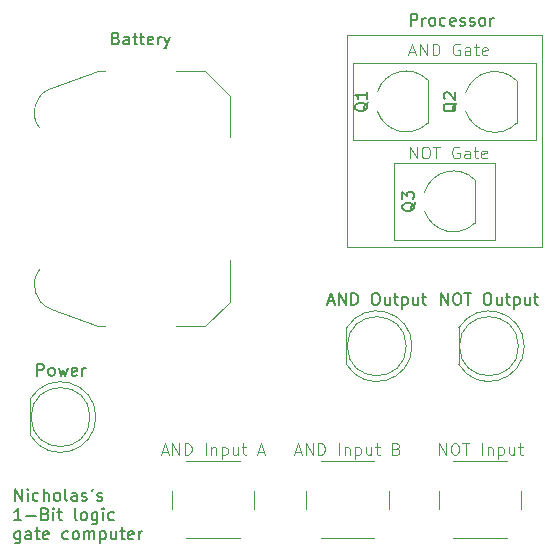
<source format=gbr>
%TF.GenerationSoftware,KiCad,Pcbnew,9.0.0*%
%TF.CreationDate,2025-04-12T21:02:47+08:00*%
%TF.ProjectId,computer,636f6d70-7574-4657-922e-6b696361645f,rev?*%
%TF.SameCoordinates,Original*%
%TF.FileFunction,Legend,Top*%
%TF.FilePolarity,Positive*%
%FSLAX46Y46*%
G04 Gerber Fmt 4.6, Leading zero omitted, Abs format (unit mm)*
G04 Created by KiCad (PCBNEW 9.0.0) date 2025-04-12 21:02:47*
%MOMM*%
%LPD*%
G01*
G04 APERTURE LIST*
%ADD10C,0.100000*%
%ADD11C,0.125000*%
%ADD12C,0.200000*%
%ADD13C,0.203200*%
%ADD14C,0.150000*%
%ADD15C,0.120000*%
G04 APERTURE END LIST*
D10*
X144000000Y-68000000D02*
X159500000Y-68000000D01*
X159500000Y-74500000D01*
X144000000Y-74500000D01*
X144000000Y-68000000D01*
X143500000Y-65641522D02*
X160000000Y-65641522D01*
X160000000Y-83641522D01*
X143500000Y-83641522D01*
X143500000Y-65641522D01*
X147500000Y-76480000D02*
X156000000Y-76480000D01*
X156000000Y-82980000D01*
X147500000Y-82980000D01*
X147500000Y-76480000D01*
D11*
X148820331Y-76101119D02*
X148820331Y-75101119D01*
X148820331Y-75101119D02*
X149391759Y-76101119D01*
X149391759Y-76101119D02*
X149391759Y-75101119D01*
X150058426Y-75101119D02*
X150248902Y-75101119D01*
X150248902Y-75101119D02*
X150344140Y-75148738D01*
X150344140Y-75148738D02*
X150439378Y-75243976D01*
X150439378Y-75243976D02*
X150486997Y-75434452D01*
X150486997Y-75434452D02*
X150486997Y-75767785D01*
X150486997Y-75767785D02*
X150439378Y-75958261D01*
X150439378Y-75958261D02*
X150344140Y-76053500D01*
X150344140Y-76053500D02*
X150248902Y-76101119D01*
X150248902Y-76101119D02*
X150058426Y-76101119D01*
X150058426Y-76101119D02*
X149963188Y-76053500D01*
X149963188Y-76053500D02*
X149867950Y-75958261D01*
X149867950Y-75958261D02*
X149820331Y-75767785D01*
X149820331Y-75767785D02*
X149820331Y-75434452D01*
X149820331Y-75434452D02*
X149867950Y-75243976D01*
X149867950Y-75243976D02*
X149963188Y-75148738D01*
X149963188Y-75148738D02*
X150058426Y-75101119D01*
X150772712Y-75101119D02*
X151344140Y-75101119D01*
X151058426Y-76101119D02*
X151058426Y-75101119D01*
X152963188Y-75148738D02*
X152867950Y-75101119D01*
X152867950Y-75101119D02*
X152725093Y-75101119D01*
X152725093Y-75101119D02*
X152582236Y-75148738D01*
X152582236Y-75148738D02*
X152486998Y-75243976D01*
X152486998Y-75243976D02*
X152439379Y-75339214D01*
X152439379Y-75339214D02*
X152391760Y-75529690D01*
X152391760Y-75529690D02*
X152391760Y-75672547D01*
X152391760Y-75672547D02*
X152439379Y-75863023D01*
X152439379Y-75863023D02*
X152486998Y-75958261D01*
X152486998Y-75958261D02*
X152582236Y-76053500D01*
X152582236Y-76053500D02*
X152725093Y-76101119D01*
X152725093Y-76101119D02*
X152820331Y-76101119D01*
X152820331Y-76101119D02*
X152963188Y-76053500D01*
X152963188Y-76053500D02*
X153010807Y-76005880D01*
X153010807Y-76005880D02*
X153010807Y-75672547D01*
X153010807Y-75672547D02*
X152820331Y-75672547D01*
X153867950Y-76101119D02*
X153867950Y-75577309D01*
X153867950Y-75577309D02*
X153820331Y-75482071D01*
X153820331Y-75482071D02*
X153725093Y-75434452D01*
X153725093Y-75434452D02*
X153534617Y-75434452D01*
X153534617Y-75434452D02*
X153439379Y-75482071D01*
X153867950Y-76053500D02*
X153772712Y-76101119D01*
X153772712Y-76101119D02*
X153534617Y-76101119D01*
X153534617Y-76101119D02*
X153439379Y-76053500D01*
X153439379Y-76053500D02*
X153391760Y-75958261D01*
X153391760Y-75958261D02*
X153391760Y-75863023D01*
X153391760Y-75863023D02*
X153439379Y-75767785D01*
X153439379Y-75767785D02*
X153534617Y-75720166D01*
X153534617Y-75720166D02*
X153772712Y-75720166D01*
X153772712Y-75720166D02*
X153867950Y-75672547D01*
X154201284Y-75434452D02*
X154582236Y-75434452D01*
X154344141Y-75101119D02*
X154344141Y-75958261D01*
X154344141Y-75958261D02*
X154391760Y-76053500D01*
X154391760Y-76053500D02*
X154486998Y-76101119D01*
X154486998Y-76101119D02*
X154582236Y-76101119D01*
X155296522Y-76053500D02*
X155201284Y-76101119D01*
X155201284Y-76101119D02*
X155010808Y-76101119D01*
X155010808Y-76101119D02*
X154915570Y-76053500D01*
X154915570Y-76053500D02*
X154867951Y-75958261D01*
X154867951Y-75958261D02*
X154867951Y-75577309D01*
X154867951Y-75577309D02*
X154915570Y-75482071D01*
X154915570Y-75482071D02*
X155010808Y-75434452D01*
X155010808Y-75434452D02*
X155201284Y-75434452D01*
X155201284Y-75434452D02*
X155296522Y-75482071D01*
X155296522Y-75482071D02*
X155344141Y-75577309D01*
X155344141Y-75577309D02*
X155344141Y-75672547D01*
X155344141Y-75672547D02*
X154867951Y-75767785D01*
X148772712Y-67085404D02*
X149248902Y-67085404D01*
X148677474Y-67371119D02*
X149010807Y-66371119D01*
X149010807Y-66371119D02*
X149344140Y-67371119D01*
X149677474Y-67371119D02*
X149677474Y-66371119D01*
X149677474Y-66371119D02*
X150248902Y-67371119D01*
X150248902Y-67371119D02*
X150248902Y-66371119D01*
X150725093Y-67371119D02*
X150725093Y-66371119D01*
X150725093Y-66371119D02*
X150963188Y-66371119D01*
X150963188Y-66371119D02*
X151106045Y-66418738D01*
X151106045Y-66418738D02*
X151201283Y-66513976D01*
X151201283Y-66513976D02*
X151248902Y-66609214D01*
X151248902Y-66609214D02*
X151296521Y-66799690D01*
X151296521Y-66799690D02*
X151296521Y-66942547D01*
X151296521Y-66942547D02*
X151248902Y-67133023D01*
X151248902Y-67133023D02*
X151201283Y-67228261D01*
X151201283Y-67228261D02*
X151106045Y-67323500D01*
X151106045Y-67323500D02*
X150963188Y-67371119D01*
X150963188Y-67371119D02*
X150725093Y-67371119D01*
X153010807Y-66418738D02*
X152915569Y-66371119D01*
X152915569Y-66371119D02*
X152772712Y-66371119D01*
X152772712Y-66371119D02*
X152629855Y-66418738D01*
X152629855Y-66418738D02*
X152534617Y-66513976D01*
X152534617Y-66513976D02*
X152486998Y-66609214D01*
X152486998Y-66609214D02*
X152439379Y-66799690D01*
X152439379Y-66799690D02*
X152439379Y-66942547D01*
X152439379Y-66942547D02*
X152486998Y-67133023D01*
X152486998Y-67133023D02*
X152534617Y-67228261D01*
X152534617Y-67228261D02*
X152629855Y-67323500D01*
X152629855Y-67323500D02*
X152772712Y-67371119D01*
X152772712Y-67371119D02*
X152867950Y-67371119D01*
X152867950Y-67371119D02*
X153010807Y-67323500D01*
X153010807Y-67323500D02*
X153058426Y-67275880D01*
X153058426Y-67275880D02*
X153058426Y-66942547D01*
X153058426Y-66942547D02*
X152867950Y-66942547D01*
X153915569Y-67371119D02*
X153915569Y-66847309D01*
X153915569Y-66847309D02*
X153867950Y-66752071D01*
X153867950Y-66752071D02*
X153772712Y-66704452D01*
X153772712Y-66704452D02*
X153582236Y-66704452D01*
X153582236Y-66704452D02*
X153486998Y-66752071D01*
X153915569Y-67323500D02*
X153820331Y-67371119D01*
X153820331Y-67371119D02*
X153582236Y-67371119D01*
X153582236Y-67371119D02*
X153486998Y-67323500D01*
X153486998Y-67323500D02*
X153439379Y-67228261D01*
X153439379Y-67228261D02*
X153439379Y-67133023D01*
X153439379Y-67133023D02*
X153486998Y-67037785D01*
X153486998Y-67037785D02*
X153582236Y-66990166D01*
X153582236Y-66990166D02*
X153820331Y-66990166D01*
X153820331Y-66990166D02*
X153915569Y-66942547D01*
X154248903Y-66704452D02*
X154629855Y-66704452D01*
X154391760Y-66371119D02*
X154391760Y-67228261D01*
X154391760Y-67228261D02*
X154439379Y-67323500D01*
X154439379Y-67323500D02*
X154534617Y-67371119D01*
X154534617Y-67371119D02*
X154629855Y-67371119D01*
X155344141Y-67323500D02*
X155248903Y-67371119D01*
X155248903Y-67371119D02*
X155058427Y-67371119D01*
X155058427Y-67371119D02*
X154963189Y-67323500D01*
X154963189Y-67323500D02*
X154915570Y-67228261D01*
X154915570Y-67228261D02*
X154915570Y-66847309D01*
X154915570Y-66847309D02*
X154963189Y-66752071D01*
X154963189Y-66752071D02*
X155058427Y-66704452D01*
X155058427Y-66704452D02*
X155248903Y-66704452D01*
X155248903Y-66704452D02*
X155344141Y-66752071D01*
X155344141Y-66752071D02*
X155391760Y-66847309D01*
X155391760Y-66847309D02*
X155391760Y-66942547D01*
X155391760Y-66942547D02*
X154915570Y-67037785D01*
D12*
X148869673Y-64867219D02*
X148869673Y-63867219D01*
X148869673Y-63867219D02*
X149250625Y-63867219D01*
X149250625Y-63867219D02*
X149345863Y-63914838D01*
X149345863Y-63914838D02*
X149393482Y-63962457D01*
X149393482Y-63962457D02*
X149441101Y-64057695D01*
X149441101Y-64057695D02*
X149441101Y-64200552D01*
X149441101Y-64200552D02*
X149393482Y-64295790D01*
X149393482Y-64295790D02*
X149345863Y-64343409D01*
X149345863Y-64343409D02*
X149250625Y-64391028D01*
X149250625Y-64391028D02*
X148869673Y-64391028D01*
X149869673Y-64867219D02*
X149869673Y-64200552D01*
X149869673Y-64391028D02*
X149917292Y-64295790D01*
X149917292Y-64295790D02*
X149964911Y-64248171D01*
X149964911Y-64248171D02*
X150060149Y-64200552D01*
X150060149Y-64200552D02*
X150155387Y-64200552D01*
X150631578Y-64867219D02*
X150536340Y-64819600D01*
X150536340Y-64819600D02*
X150488721Y-64771980D01*
X150488721Y-64771980D02*
X150441102Y-64676742D01*
X150441102Y-64676742D02*
X150441102Y-64391028D01*
X150441102Y-64391028D02*
X150488721Y-64295790D01*
X150488721Y-64295790D02*
X150536340Y-64248171D01*
X150536340Y-64248171D02*
X150631578Y-64200552D01*
X150631578Y-64200552D02*
X150774435Y-64200552D01*
X150774435Y-64200552D02*
X150869673Y-64248171D01*
X150869673Y-64248171D02*
X150917292Y-64295790D01*
X150917292Y-64295790D02*
X150964911Y-64391028D01*
X150964911Y-64391028D02*
X150964911Y-64676742D01*
X150964911Y-64676742D02*
X150917292Y-64771980D01*
X150917292Y-64771980D02*
X150869673Y-64819600D01*
X150869673Y-64819600D02*
X150774435Y-64867219D01*
X150774435Y-64867219D02*
X150631578Y-64867219D01*
X151822054Y-64819600D02*
X151726816Y-64867219D01*
X151726816Y-64867219D02*
X151536340Y-64867219D01*
X151536340Y-64867219D02*
X151441102Y-64819600D01*
X151441102Y-64819600D02*
X151393483Y-64771980D01*
X151393483Y-64771980D02*
X151345864Y-64676742D01*
X151345864Y-64676742D02*
X151345864Y-64391028D01*
X151345864Y-64391028D02*
X151393483Y-64295790D01*
X151393483Y-64295790D02*
X151441102Y-64248171D01*
X151441102Y-64248171D02*
X151536340Y-64200552D01*
X151536340Y-64200552D02*
X151726816Y-64200552D01*
X151726816Y-64200552D02*
X151822054Y-64248171D01*
X152631578Y-64819600D02*
X152536340Y-64867219D01*
X152536340Y-64867219D02*
X152345864Y-64867219D01*
X152345864Y-64867219D02*
X152250626Y-64819600D01*
X152250626Y-64819600D02*
X152203007Y-64724361D01*
X152203007Y-64724361D02*
X152203007Y-64343409D01*
X152203007Y-64343409D02*
X152250626Y-64248171D01*
X152250626Y-64248171D02*
X152345864Y-64200552D01*
X152345864Y-64200552D02*
X152536340Y-64200552D01*
X152536340Y-64200552D02*
X152631578Y-64248171D01*
X152631578Y-64248171D02*
X152679197Y-64343409D01*
X152679197Y-64343409D02*
X152679197Y-64438647D01*
X152679197Y-64438647D02*
X152203007Y-64533885D01*
X153060150Y-64819600D02*
X153155388Y-64867219D01*
X153155388Y-64867219D02*
X153345864Y-64867219D01*
X153345864Y-64867219D02*
X153441102Y-64819600D01*
X153441102Y-64819600D02*
X153488721Y-64724361D01*
X153488721Y-64724361D02*
X153488721Y-64676742D01*
X153488721Y-64676742D02*
X153441102Y-64581504D01*
X153441102Y-64581504D02*
X153345864Y-64533885D01*
X153345864Y-64533885D02*
X153203007Y-64533885D01*
X153203007Y-64533885D02*
X153107769Y-64486266D01*
X153107769Y-64486266D02*
X153060150Y-64391028D01*
X153060150Y-64391028D02*
X153060150Y-64343409D01*
X153060150Y-64343409D02*
X153107769Y-64248171D01*
X153107769Y-64248171D02*
X153203007Y-64200552D01*
X153203007Y-64200552D02*
X153345864Y-64200552D01*
X153345864Y-64200552D02*
X153441102Y-64248171D01*
X153869674Y-64819600D02*
X153964912Y-64867219D01*
X153964912Y-64867219D02*
X154155388Y-64867219D01*
X154155388Y-64867219D02*
X154250626Y-64819600D01*
X154250626Y-64819600D02*
X154298245Y-64724361D01*
X154298245Y-64724361D02*
X154298245Y-64676742D01*
X154298245Y-64676742D02*
X154250626Y-64581504D01*
X154250626Y-64581504D02*
X154155388Y-64533885D01*
X154155388Y-64533885D02*
X154012531Y-64533885D01*
X154012531Y-64533885D02*
X153917293Y-64486266D01*
X153917293Y-64486266D02*
X153869674Y-64391028D01*
X153869674Y-64391028D02*
X153869674Y-64343409D01*
X153869674Y-64343409D02*
X153917293Y-64248171D01*
X153917293Y-64248171D02*
X154012531Y-64200552D01*
X154012531Y-64200552D02*
X154155388Y-64200552D01*
X154155388Y-64200552D02*
X154250626Y-64248171D01*
X154869674Y-64867219D02*
X154774436Y-64819600D01*
X154774436Y-64819600D02*
X154726817Y-64771980D01*
X154726817Y-64771980D02*
X154679198Y-64676742D01*
X154679198Y-64676742D02*
X154679198Y-64391028D01*
X154679198Y-64391028D02*
X154726817Y-64295790D01*
X154726817Y-64295790D02*
X154774436Y-64248171D01*
X154774436Y-64248171D02*
X154869674Y-64200552D01*
X154869674Y-64200552D02*
X155012531Y-64200552D01*
X155012531Y-64200552D02*
X155107769Y-64248171D01*
X155107769Y-64248171D02*
X155155388Y-64295790D01*
X155155388Y-64295790D02*
X155203007Y-64391028D01*
X155203007Y-64391028D02*
X155203007Y-64676742D01*
X155203007Y-64676742D02*
X155155388Y-64771980D01*
X155155388Y-64771980D02*
X155107769Y-64819600D01*
X155107769Y-64819600D02*
X155012531Y-64867219D01*
X155012531Y-64867219D02*
X154869674Y-64867219D01*
X155631579Y-64867219D02*
X155631579Y-64200552D01*
X155631579Y-64391028D02*
X155679198Y-64295790D01*
X155679198Y-64295790D02*
X155726817Y-64248171D01*
X155726817Y-64248171D02*
X155822055Y-64200552D01*
X155822055Y-64200552D02*
X155917293Y-64200552D01*
D13*
X115375588Y-105093687D02*
X115375588Y-104077687D01*
X115375588Y-104077687D02*
X115956160Y-105093687D01*
X115956160Y-105093687D02*
X115956160Y-104077687D01*
X116439969Y-105093687D02*
X116439969Y-104416354D01*
X116439969Y-104077687D02*
X116391588Y-104126068D01*
X116391588Y-104126068D02*
X116439969Y-104174449D01*
X116439969Y-104174449D02*
X116488350Y-104126068D01*
X116488350Y-104126068D02*
X116439969Y-104077687D01*
X116439969Y-104077687D02*
X116439969Y-104174449D01*
X117359208Y-105045307D02*
X117262446Y-105093687D01*
X117262446Y-105093687D02*
X117068922Y-105093687D01*
X117068922Y-105093687D02*
X116972160Y-105045307D01*
X116972160Y-105045307D02*
X116923779Y-104996926D01*
X116923779Y-104996926D02*
X116875398Y-104900164D01*
X116875398Y-104900164D02*
X116875398Y-104609878D01*
X116875398Y-104609878D02*
X116923779Y-104513116D01*
X116923779Y-104513116D02*
X116972160Y-104464735D01*
X116972160Y-104464735D02*
X117068922Y-104416354D01*
X117068922Y-104416354D02*
X117262446Y-104416354D01*
X117262446Y-104416354D02*
X117359208Y-104464735D01*
X117794636Y-105093687D02*
X117794636Y-104077687D01*
X118230065Y-105093687D02*
X118230065Y-104561497D01*
X118230065Y-104561497D02*
X118181684Y-104464735D01*
X118181684Y-104464735D02*
X118084922Y-104416354D01*
X118084922Y-104416354D02*
X117939779Y-104416354D01*
X117939779Y-104416354D02*
X117843017Y-104464735D01*
X117843017Y-104464735D02*
X117794636Y-104513116D01*
X118859017Y-105093687D02*
X118762255Y-105045307D01*
X118762255Y-105045307D02*
X118713874Y-104996926D01*
X118713874Y-104996926D02*
X118665493Y-104900164D01*
X118665493Y-104900164D02*
X118665493Y-104609878D01*
X118665493Y-104609878D02*
X118713874Y-104513116D01*
X118713874Y-104513116D02*
X118762255Y-104464735D01*
X118762255Y-104464735D02*
X118859017Y-104416354D01*
X118859017Y-104416354D02*
X119004160Y-104416354D01*
X119004160Y-104416354D02*
X119100922Y-104464735D01*
X119100922Y-104464735D02*
X119149303Y-104513116D01*
X119149303Y-104513116D02*
X119197684Y-104609878D01*
X119197684Y-104609878D02*
X119197684Y-104900164D01*
X119197684Y-104900164D02*
X119149303Y-104996926D01*
X119149303Y-104996926D02*
X119100922Y-105045307D01*
X119100922Y-105045307D02*
X119004160Y-105093687D01*
X119004160Y-105093687D02*
X118859017Y-105093687D01*
X119778255Y-105093687D02*
X119681493Y-105045307D01*
X119681493Y-105045307D02*
X119633112Y-104948545D01*
X119633112Y-104948545D02*
X119633112Y-104077687D01*
X120600731Y-105093687D02*
X120600731Y-104561497D01*
X120600731Y-104561497D02*
X120552350Y-104464735D01*
X120552350Y-104464735D02*
X120455588Y-104416354D01*
X120455588Y-104416354D02*
X120262064Y-104416354D01*
X120262064Y-104416354D02*
X120165302Y-104464735D01*
X120600731Y-105045307D02*
X120503969Y-105093687D01*
X120503969Y-105093687D02*
X120262064Y-105093687D01*
X120262064Y-105093687D02*
X120165302Y-105045307D01*
X120165302Y-105045307D02*
X120116921Y-104948545D01*
X120116921Y-104948545D02*
X120116921Y-104851783D01*
X120116921Y-104851783D02*
X120165302Y-104755021D01*
X120165302Y-104755021D02*
X120262064Y-104706640D01*
X120262064Y-104706640D02*
X120503969Y-104706640D01*
X120503969Y-104706640D02*
X120600731Y-104658259D01*
X121036159Y-105045307D02*
X121132921Y-105093687D01*
X121132921Y-105093687D02*
X121326445Y-105093687D01*
X121326445Y-105093687D02*
X121423207Y-105045307D01*
X121423207Y-105045307D02*
X121471588Y-104948545D01*
X121471588Y-104948545D02*
X121471588Y-104900164D01*
X121471588Y-104900164D02*
X121423207Y-104803402D01*
X121423207Y-104803402D02*
X121326445Y-104755021D01*
X121326445Y-104755021D02*
X121181302Y-104755021D01*
X121181302Y-104755021D02*
X121084540Y-104706640D01*
X121084540Y-104706640D02*
X121036159Y-104609878D01*
X121036159Y-104609878D02*
X121036159Y-104561497D01*
X121036159Y-104561497D02*
X121084540Y-104464735D01*
X121084540Y-104464735D02*
X121181302Y-104416354D01*
X121181302Y-104416354D02*
X121326445Y-104416354D01*
X121326445Y-104416354D02*
X121423207Y-104464735D01*
X121955397Y-104077687D02*
X121858635Y-104271211D01*
X122342445Y-105045307D02*
X122439207Y-105093687D01*
X122439207Y-105093687D02*
X122632731Y-105093687D01*
X122632731Y-105093687D02*
X122729493Y-105045307D01*
X122729493Y-105045307D02*
X122777874Y-104948545D01*
X122777874Y-104948545D02*
X122777874Y-104900164D01*
X122777874Y-104900164D02*
X122729493Y-104803402D01*
X122729493Y-104803402D02*
X122632731Y-104755021D01*
X122632731Y-104755021D02*
X122487588Y-104755021D01*
X122487588Y-104755021D02*
X122390826Y-104706640D01*
X122390826Y-104706640D02*
X122342445Y-104609878D01*
X122342445Y-104609878D02*
X122342445Y-104561497D01*
X122342445Y-104561497D02*
X122390826Y-104464735D01*
X122390826Y-104464735D02*
X122487588Y-104416354D01*
X122487588Y-104416354D02*
X122632731Y-104416354D01*
X122632731Y-104416354D02*
X122729493Y-104464735D01*
X115907779Y-106729390D02*
X115327207Y-106729390D01*
X115617493Y-106729390D02*
X115617493Y-105713390D01*
X115617493Y-105713390D02*
X115520731Y-105858533D01*
X115520731Y-105858533D02*
X115423969Y-105955295D01*
X115423969Y-105955295D02*
X115327207Y-106003676D01*
X116343207Y-106342343D02*
X117117303Y-106342343D01*
X117939779Y-106197200D02*
X118084922Y-106245581D01*
X118084922Y-106245581D02*
X118133303Y-106293962D01*
X118133303Y-106293962D02*
X118181684Y-106390724D01*
X118181684Y-106390724D02*
X118181684Y-106535867D01*
X118181684Y-106535867D02*
X118133303Y-106632629D01*
X118133303Y-106632629D02*
X118084922Y-106681010D01*
X118084922Y-106681010D02*
X117988160Y-106729390D01*
X117988160Y-106729390D02*
X117601112Y-106729390D01*
X117601112Y-106729390D02*
X117601112Y-105713390D01*
X117601112Y-105713390D02*
X117939779Y-105713390D01*
X117939779Y-105713390D02*
X118036541Y-105761771D01*
X118036541Y-105761771D02*
X118084922Y-105810152D01*
X118084922Y-105810152D02*
X118133303Y-105906914D01*
X118133303Y-105906914D02*
X118133303Y-106003676D01*
X118133303Y-106003676D02*
X118084922Y-106100438D01*
X118084922Y-106100438D02*
X118036541Y-106148819D01*
X118036541Y-106148819D02*
X117939779Y-106197200D01*
X117939779Y-106197200D02*
X117601112Y-106197200D01*
X118617112Y-106729390D02*
X118617112Y-106052057D01*
X118617112Y-105713390D02*
X118568731Y-105761771D01*
X118568731Y-105761771D02*
X118617112Y-105810152D01*
X118617112Y-105810152D02*
X118665493Y-105761771D01*
X118665493Y-105761771D02*
X118617112Y-105713390D01*
X118617112Y-105713390D02*
X118617112Y-105810152D01*
X118955779Y-106052057D02*
X119342827Y-106052057D01*
X119100922Y-105713390D02*
X119100922Y-106584248D01*
X119100922Y-106584248D02*
X119149303Y-106681010D01*
X119149303Y-106681010D02*
X119246065Y-106729390D01*
X119246065Y-106729390D02*
X119342827Y-106729390D01*
X120600731Y-106729390D02*
X120503969Y-106681010D01*
X120503969Y-106681010D02*
X120455588Y-106584248D01*
X120455588Y-106584248D02*
X120455588Y-105713390D01*
X121132921Y-106729390D02*
X121036159Y-106681010D01*
X121036159Y-106681010D02*
X120987778Y-106632629D01*
X120987778Y-106632629D02*
X120939397Y-106535867D01*
X120939397Y-106535867D02*
X120939397Y-106245581D01*
X120939397Y-106245581D02*
X120987778Y-106148819D01*
X120987778Y-106148819D02*
X121036159Y-106100438D01*
X121036159Y-106100438D02*
X121132921Y-106052057D01*
X121132921Y-106052057D02*
X121278064Y-106052057D01*
X121278064Y-106052057D02*
X121374826Y-106100438D01*
X121374826Y-106100438D02*
X121423207Y-106148819D01*
X121423207Y-106148819D02*
X121471588Y-106245581D01*
X121471588Y-106245581D02*
X121471588Y-106535867D01*
X121471588Y-106535867D02*
X121423207Y-106632629D01*
X121423207Y-106632629D02*
X121374826Y-106681010D01*
X121374826Y-106681010D02*
X121278064Y-106729390D01*
X121278064Y-106729390D02*
X121132921Y-106729390D01*
X122342445Y-106052057D02*
X122342445Y-106874533D01*
X122342445Y-106874533D02*
X122294064Y-106971295D01*
X122294064Y-106971295D02*
X122245683Y-107019676D01*
X122245683Y-107019676D02*
X122148921Y-107068057D01*
X122148921Y-107068057D02*
X122003778Y-107068057D01*
X122003778Y-107068057D02*
X121907016Y-107019676D01*
X122342445Y-106681010D02*
X122245683Y-106729390D01*
X122245683Y-106729390D02*
X122052159Y-106729390D01*
X122052159Y-106729390D02*
X121955397Y-106681010D01*
X121955397Y-106681010D02*
X121907016Y-106632629D01*
X121907016Y-106632629D02*
X121858635Y-106535867D01*
X121858635Y-106535867D02*
X121858635Y-106245581D01*
X121858635Y-106245581D02*
X121907016Y-106148819D01*
X121907016Y-106148819D02*
X121955397Y-106100438D01*
X121955397Y-106100438D02*
X122052159Y-106052057D01*
X122052159Y-106052057D02*
X122245683Y-106052057D01*
X122245683Y-106052057D02*
X122342445Y-106100438D01*
X122826254Y-106729390D02*
X122826254Y-106052057D01*
X122826254Y-105713390D02*
X122777873Y-105761771D01*
X122777873Y-105761771D02*
X122826254Y-105810152D01*
X122826254Y-105810152D02*
X122874635Y-105761771D01*
X122874635Y-105761771D02*
X122826254Y-105713390D01*
X122826254Y-105713390D02*
X122826254Y-105810152D01*
X123745493Y-106681010D02*
X123648731Y-106729390D01*
X123648731Y-106729390D02*
X123455207Y-106729390D01*
X123455207Y-106729390D02*
X123358445Y-106681010D01*
X123358445Y-106681010D02*
X123310064Y-106632629D01*
X123310064Y-106632629D02*
X123261683Y-106535867D01*
X123261683Y-106535867D02*
X123261683Y-106245581D01*
X123261683Y-106245581D02*
X123310064Y-106148819D01*
X123310064Y-106148819D02*
X123358445Y-106100438D01*
X123358445Y-106100438D02*
X123455207Y-106052057D01*
X123455207Y-106052057D02*
X123648731Y-106052057D01*
X123648731Y-106052057D02*
X123745493Y-106100438D01*
X115811017Y-107687760D02*
X115811017Y-108510236D01*
X115811017Y-108510236D02*
X115762636Y-108606998D01*
X115762636Y-108606998D02*
X115714255Y-108655379D01*
X115714255Y-108655379D02*
X115617493Y-108703760D01*
X115617493Y-108703760D02*
X115472350Y-108703760D01*
X115472350Y-108703760D02*
X115375588Y-108655379D01*
X115811017Y-108316713D02*
X115714255Y-108365093D01*
X115714255Y-108365093D02*
X115520731Y-108365093D01*
X115520731Y-108365093D02*
X115423969Y-108316713D01*
X115423969Y-108316713D02*
X115375588Y-108268332D01*
X115375588Y-108268332D02*
X115327207Y-108171570D01*
X115327207Y-108171570D02*
X115327207Y-107881284D01*
X115327207Y-107881284D02*
X115375588Y-107784522D01*
X115375588Y-107784522D02*
X115423969Y-107736141D01*
X115423969Y-107736141D02*
X115520731Y-107687760D01*
X115520731Y-107687760D02*
X115714255Y-107687760D01*
X115714255Y-107687760D02*
X115811017Y-107736141D01*
X116730255Y-108365093D02*
X116730255Y-107832903D01*
X116730255Y-107832903D02*
X116681874Y-107736141D01*
X116681874Y-107736141D02*
X116585112Y-107687760D01*
X116585112Y-107687760D02*
X116391588Y-107687760D01*
X116391588Y-107687760D02*
X116294826Y-107736141D01*
X116730255Y-108316713D02*
X116633493Y-108365093D01*
X116633493Y-108365093D02*
X116391588Y-108365093D01*
X116391588Y-108365093D02*
X116294826Y-108316713D01*
X116294826Y-108316713D02*
X116246445Y-108219951D01*
X116246445Y-108219951D02*
X116246445Y-108123189D01*
X116246445Y-108123189D02*
X116294826Y-108026427D01*
X116294826Y-108026427D02*
X116391588Y-107978046D01*
X116391588Y-107978046D02*
X116633493Y-107978046D01*
X116633493Y-107978046D02*
X116730255Y-107929665D01*
X117068921Y-107687760D02*
X117455969Y-107687760D01*
X117214064Y-107349093D02*
X117214064Y-108219951D01*
X117214064Y-108219951D02*
X117262445Y-108316713D01*
X117262445Y-108316713D02*
X117359207Y-108365093D01*
X117359207Y-108365093D02*
X117455969Y-108365093D01*
X118181683Y-108316713D02*
X118084921Y-108365093D01*
X118084921Y-108365093D02*
X117891397Y-108365093D01*
X117891397Y-108365093D02*
X117794635Y-108316713D01*
X117794635Y-108316713D02*
X117746254Y-108219951D01*
X117746254Y-108219951D02*
X117746254Y-107832903D01*
X117746254Y-107832903D02*
X117794635Y-107736141D01*
X117794635Y-107736141D02*
X117891397Y-107687760D01*
X117891397Y-107687760D02*
X118084921Y-107687760D01*
X118084921Y-107687760D02*
X118181683Y-107736141D01*
X118181683Y-107736141D02*
X118230064Y-107832903D01*
X118230064Y-107832903D02*
X118230064Y-107929665D01*
X118230064Y-107929665D02*
X117746254Y-108026427D01*
X119875016Y-108316713D02*
X119778254Y-108365093D01*
X119778254Y-108365093D02*
X119584730Y-108365093D01*
X119584730Y-108365093D02*
X119487968Y-108316713D01*
X119487968Y-108316713D02*
X119439587Y-108268332D01*
X119439587Y-108268332D02*
X119391206Y-108171570D01*
X119391206Y-108171570D02*
X119391206Y-107881284D01*
X119391206Y-107881284D02*
X119439587Y-107784522D01*
X119439587Y-107784522D02*
X119487968Y-107736141D01*
X119487968Y-107736141D02*
X119584730Y-107687760D01*
X119584730Y-107687760D02*
X119778254Y-107687760D01*
X119778254Y-107687760D02*
X119875016Y-107736141D01*
X120455587Y-108365093D02*
X120358825Y-108316713D01*
X120358825Y-108316713D02*
X120310444Y-108268332D01*
X120310444Y-108268332D02*
X120262063Y-108171570D01*
X120262063Y-108171570D02*
X120262063Y-107881284D01*
X120262063Y-107881284D02*
X120310444Y-107784522D01*
X120310444Y-107784522D02*
X120358825Y-107736141D01*
X120358825Y-107736141D02*
X120455587Y-107687760D01*
X120455587Y-107687760D02*
X120600730Y-107687760D01*
X120600730Y-107687760D02*
X120697492Y-107736141D01*
X120697492Y-107736141D02*
X120745873Y-107784522D01*
X120745873Y-107784522D02*
X120794254Y-107881284D01*
X120794254Y-107881284D02*
X120794254Y-108171570D01*
X120794254Y-108171570D02*
X120745873Y-108268332D01*
X120745873Y-108268332D02*
X120697492Y-108316713D01*
X120697492Y-108316713D02*
X120600730Y-108365093D01*
X120600730Y-108365093D02*
X120455587Y-108365093D01*
X121229682Y-108365093D02*
X121229682Y-107687760D01*
X121229682Y-107784522D02*
X121278063Y-107736141D01*
X121278063Y-107736141D02*
X121374825Y-107687760D01*
X121374825Y-107687760D02*
X121519968Y-107687760D01*
X121519968Y-107687760D02*
X121616730Y-107736141D01*
X121616730Y-107736141D02*
X121665111Y-107832903D01*
X121665111Y-107832903D02*
X121665111Y-108365093D01*
X121665111Y-107832903D02*
X121713492Y-107736141D01*
X121713492Y-107736141D02*
X121810254Y-107687760D01*
X121810254Y-107687760D02*
X121955397Y-107687760D01*
X121955397Y-107687760D02*
X122052158Y-107736141D01*
X122052158Y-107736141D02*
X122100539Y-107832903D01*
X122100539Y-107832903D02*
X122100539Y-108365093D01*
X122584349Y-107687760D02*
X122584349Y-108703760D01*
X122584349Y-107736141D02*
X122681111Y-107687760D01*
X122681111Y-107687760D02*
X122874635Y-107687760D01*
X122874635Y-107687760D02*
X122971397Y-107736141D01*
X122971397Y-107736141D02*
X123019778Y-107784522D01*
X123019778Y-107784522D02*
X123068159Y-107881284D01*
X123068159Y-107881284D02*
X123068159Y-108171570D01*
X123068159Y-108171570D02*
X123019778Y-108268332D01*
X123019778Y-108268332D02*
X122971397Y-108316713D01*
X122971397Y-108316713D02*
X122874635Y-108365093D01*
X122874635Y-108365093D02*
X122681111Y-108365093D01*
X122681111Y-108365093D02*
X122584349Y-108316713D01*
X123939016Y-107687760D02*
X123939016Y-108365093D01*
X123503587Y-107687760D02*
X123503587Y-108219951D01*
X123503587Y-108219951D02*
X123551968Y-108316713D01*
X123551968Y-108316713D02*
X123648730Y-108365093D01*
X123648730Y-108365093D02*
X123793873Y-108365093D01*
X123793873Y-108365093D02*
X123890635Y-108316713D01*
X123890635Y-108316713D02*
X123939016Y-108268332D01*
X124277682Y-107687760D02*
X124664730Y-107687760D01*
X124422825Y-107349093D02*
X124422825Y-108219951D01*
X124422825Y-108219951D02*
X124471206Y-108316713D01*
X124471206Y-108316713D02*
X124567968Y-108365093D01*
X124567968Y-108365093D02*
X124664730Y-108365093D01*
X125390444Y-108316713D02*
X125293682Y-108365093D01*
X125293682Y-108365093D02*
X125100158Y-108365093D01*
X125100158Y-108365093D02*
X125003396Y-108316713D01*
X125003396Y-108316713D02*
X124955015Y-108219951D01*
X124955015Y-108219951D02*
X124955015Y-107832903D01*
X124955015Y-107832903D02*
X125003396Y-107736141D01*
X125003396Y-107736141D02*
X125100158Y-107687760D01*
X125100158Y-107687760D02*
X125293682Y-107687760D01*
X125293682Y-107687760D02*
X125390444Y-107736141D01*
X125390444Y-107736141D02*
X125438825Y-107832903D01*
X125438825Y-107832903D02*
X125438825Y-107929665D01*
X125438825Y-107929665D02*
X124955015Y-108026427D01*
X125874253Y-108365093D02*
X125874253Y-107687760D01*
X125874253Y-107881284D02*
X125922634Y-107784522D01*
X125922634Y-107784522D02*
X125971015Y-107736141D01*
X125971015Y-107736141D02*
X126067777Y-107687760D01*
X126067777Y-107687760D02*
X126164539Y-107687760D01*
D14*
X149250057Y-79825238D02*
X149202438Y-79920476D01*
X149202438Y-79920476D02*
X149107200Y-80015714D01*
X149107200Y-80015714D02*
X148964342Y-80158571D01*
X148964342Y-80158571D02*
X148916723Y-80253809D01*
X148916723Y-80253809D02*
X148916723Y-80349047D01*
X149154819Y-80301428D02*
X149107200Y-80396666D01*
X149107200Y-80396666D02*
X149011961Y-80491904D01*
X149011961Y-80491904D02*
X148821485Y-80539523D01*
X148821485Y-80539523D02*
X148488152Y-80539523D01*
X148488152Y-80539523D02*
X148297676Y-80491904D01*
X148297676Y-80491904D02*
X148202438Y-80396666D01*
X148202438Y-80396666D02*
X148154819Y-80301428D01*
X148154819Y-80301428D02*
X148154819Y-80110952D01*
X148154819Y-80110952D02*
X148202438Y-80015714D01*
X148202438Y-80015714D02*
X148297676Y-79920476D01*
X148297676Y-79920476D02*
X148488152Y-79872857D01*
X148488152Y-79872857D02*
X148821485Y-79872857D01*
X148821485Y-79872857D02*
X149011961Y-79920476D01*
X149011961Y-79920476D02*
X149107200Y-80015714D01*
X149107200Y-80015714D02*
X149154819Y-80110952D01*
X149154819Y-80110952D02*
X149154819Y-80301428D01*
X148154819Y-79539523D02*
X148154819Y-78920476D01*
X148154819Y-78920476D02*
X148535771Y-79253809D01*
X148535771Y-79253809D02*
X148535771Y-79110952D01*
X148535771Y-79110952D02*
X148583390Y-79015714D01*
X148583390Y-79015714D02*
X148631009Y-78968095D01*
X148631009Y-78968095D02*
X148726247Y-78920476D01*
X148726247Y-78920476D02*
X148964342Y-78920476D01*
X148964342Y-78920476D02*
X149059580Y-78968095D01*
X149059580Y-78968095D02*
X149107200Y-79015714D01*
X149107200Y-79015714D02*
X149154819Y-79110952D01*
X149154819Y-79110952D02*
X149154819Y-79396666D01*
X149154819Y-79396666D02*
X149107200Y-79491904D01*
X149107200Y-79491904D02*
X149059580Y-79539523D01*
X117253809Y-94494819D02*
X117253809Y-93494819D01*
X117253809Y-93494819D02*
X117634761Y-93494819D01*
X117634761Y-93494819D02*
X117729999Y-93542438D01*
X117729999Y-93542438D02*
X117777618Y-93590057D01*
X117777618Y-93590057D02*
X117825237Y-93685295D01*
X117825237Y-93685295D02*
X117825237Y-93828152D01*
X117825237Y-93828152D02*
X117777618Y-93923390D01*
X117777618Y-93923390D02*
X117729999Y-93971009D01*
X117729999Y-93971009D02*
X117634761Y-94018628D01*
X117634761Y-94018628D02*
X117253809Y-94018628D01*
X118396666Y-94494819D02*
X118301428Y-94447200D01*
X118301428Y-94447200D02*
X118253809Y-94399580D01*
X118253809Y-94399580D02*
X118206190Y-94304342D01*
X118206190Y-94304342D02*
X118206190Y-94018628D01*
X118206190Y-94018628D02*
X118253809Y-93923390D01*
X118253809Y-93923390D02*
X118301428Y-93875771D01*
X118301428Y-93875771D02*
X118396666Y-93828152D01*
X118396666Y-93828152D02*
X118539523Y-93828152D01*
X118539523Y-93828152D02*
X118634761Y-93875771D01*
X118634761Y-93875771D02*
X118682380Y-93923390D01*
X118682380Y-93923390D02*
X118729999Y-94018628D01*
X118729999Y-94018628D02*
X118729999Y-94304342D01*
X118729999Y-94304342D02*
X118682380Y-94399580D01*
X118682380Y-94399580D02*
X118634761Y-94447200D01*
X118634761Y-94447200D02*
X118539523Y-94494819D01*
X118539523Y-94494819D02*
X118396666Y-94494819D01*
X119063333Y-93828152D02*
X119253809Y-94494819D01*
X119253809Y-94494819D02*
X119444285Y-94018628D01*
X119444285Y-94018628D02*
X119634761Y-94494819D01*
X119634761Y-94494819D02*
X119825237Y-93828152D01*
X120587142Y-94447200D02*
X120491904Y-94494819D01*
X120491904Y-94494819D02*
X120301428Y-94494819D01*
X120301428Y-94494819D02*
X120206190Y-94447200D01*
X120206190Y-94447200D02*
X120158571Y-94351961D01*
X120158571Y-94351961D02*
X120158571Y-93971009D01*
X120158571Y-93971009D02*
X120206190Y-93875771D01*
X120206190Y-93875771D02*
X120301428Y-93828152D01*
X120301428Y-93828152D02*
X120491904Y-93828152D01*
X120491904Y-93828152D02*
X120587142Y-93875771D01*
X120587142Y-93875771D02*
X120634761Y-93971009D01*
X120634761Y-93971009D02*
X120634761Y-94066247D01*
X120634761Y-94066247D02*
X120158571Y-94161485D01*
X121063333Y-94494819D02*
X121063333Y-93828152D01*
X121063333Y-94018628D02*
X121110952Y-93923390D01*
X121110952Y-93923390D02*
X121158571Y-93875771D01*
X121158571Y-93875771D02*
X121253809Y-93828152D01*
X121253809Y-93828152D02*
X121349047Y-93828152D01*
X123928570Y-65931009D02*
X124071427Y-65978628D01*
X124071427Y-65978628D02*
X124119046Y-66026247D01*
X124119046Y-66026247D02*
X124166665Y-66121485D01*
X124166665Y-66121485D02*
X124166665Y-66264342D01*
X124166665Y-66264342D02*
X124119046Y-66359580D01*
X124119046Y-66359580D02*
X124071427Y-66407200D01*
X124071427Y-66407200D02*
X123976189Y-66454819D01*
X123976189Y-66454819D02*
X123595237Y-66454819D01*
X123595237Y-66454819D02*
X123595237Y-65454819D01*
X123595237Y-65454819D02*
X123928570Y-65454819D01*
X123928570Y-65454819D02*
X124023808Y-65502438D01*
X124023808Y-65502438D02*
X124071427Y-65550057D01*
X124071427Y-65550057D02*
X124119046Y-65645295D01*
X124119046Y-65645295D02*
X124119046Y-65740533D01*
X124119046Y-65740533D02*
X124071427Y-65835771D01*
X124071427Y-65835771D02*
X124023808Y-65883390D01*
X124023808Y-65883390D02*
X123928570Y-65931009D01*
X123928570Y-65931009D02*
X123595237Y-65931009D01*
X125023808Y-66454819D02*
X125023808Y-65931009D01*
X125023808Y-65931009D02*
X124976189Y-65835771D01*
X124976189Y-65835771D02*
X124880951Y-65788152D01*
X124880951Y-65788152D02*
X124690475Y-65788152D01*
X124690475Y-65788152D02*
X124595237Y-65835771D01*
X125023808Y-66407200D02*
X124928570Y-66454819D01*
X124928570Y-66454819D02*
X124690475Y-66454819D01*
X124690475Y-66454819D02*
X124595237Y-66407200D01*
X124595237Y-66407200D02*
X124547618Y-66311961D01*
X124547618Y-66311961D02*
X124547618Y-66216723D01*
X124547618Y-66216723D02*
X124595237Y-66121485D01*
X124595237Y-66121485D02*
X124690475Y-66073866D01*
X124690475Y-66073866D02*
X124928570Y-66073866D01*
X124928570Y-66073866D02*
X125023808Y-66026247D01*
X125357142Y-65788152D02*
X125738094Y-65788152D01*
X125499999Y-65454819D02*
X125499999Y-66311961D01*
X125499999Y-66311961D02*
X125547618Y-66407200D01*
X125547618Y-66407200D02*
X125642856Y-66454819D01*
X125642856Y-66454819D02*
X125738094Y-66454819D01*
X125928571Y-65788152D02*
X126309523Y-65788152D01*
X126071428Y-65454819D02*
X126071428Y-66311961D01*
X126071428Y-66311961D02*
X126119047Y-66407200D01*
X126119047Y-66407200D02*
X126214285Y-66454819D01*
X126214285Y-66454819D02*
X126309523Y-66454819D01*
X127023809Y-66407200D02*
X126928571Y-66454819D01*
X126928571Y-66454819D02*
X126738095Y-66454819D01*
X126738095Y-66454819D02*
X126642857Y-66407200D01*
X126642857Y-66407200D02*
X126595238Y-66311961D01*
X126595238Y-66311961D02*
X126595238Y-65931009D01*
X126595238Y-65931009D02*
X126642857Y-65835771D01*
X126642857Y-65835771D02*
X126738095Y-65788152D01*
X126738095Y-65788152D02*
X126928571Y-65788152D01*
X126928571Y-65788152D02*
X127023809Y-65835771D01*
X127023809Y-65835771D02*
X127071428Y-65931009D01*
X127071428Y-65931009D02*
X127071428Y-66026247D01*
X127071428Y-66026247D02*
X126595238Y-66121485D01*
X127500000Y-66454819D02*
X127500000Y-65788152D01*
X127500000Y-65978628D02*
X127547619Y-65883390D01*
X127547619Y-65883390D02*
X127595238Y-65835771D01*
X127595238Y-65835771D02*
X127690476Y-65788152D01*
X127690476Y-65788152D02*
X127785714Y-65788152D01*
X128023810Y-65788152D02*
X128261905Y-66454819D01*
X128500000Y-65788152D02*
X128261905Y-66454819D01*
X128261905Y-66454819D02*
X128166667Y-66692914D01*
X128166667Y-66692914D02*
X128119048Y-66740533D01*
X128119048Y-66740533D02*
X128023810Y-66788152D01*
D11*
X127801666Y-100920404D02*
X128277856Y-100920404D01*
X127706428Y-101206119D02*
X128039761Y-100206119D01*
X128039761Y-100206119D02*
X128373094Y-101206119D01*
X128706428Y-101206119D02*
X128706428Y-100206119D01*
X128706428Y-100206119D02*
X129277856Y-101206119D01*
X129277856Y-101206119D02*
X129277856Y-100206119D01*
X129754047Y-101206119D02*
X129754047Y-100206119D01*
X129754047Y-100206119D02*
X129992142Y-100206119D01*
X129992142Y-100206119D02*
X130134999Y-100253738D01*
X130134999Y-100253738D02*
X130230237Y-100348976D01*
X130230237Y-100348976D02*
X130277856Y-100444214D01*
X130277856Y-100444214D02*
X130325475Y-100634690D01*
X130325475Y-100634690D02*
X130325475Y-100777547D01*
X130325475Y-100777547D02*
X130277856Y-100968023D01*
X130277856Y-100968023D02*
X130230237Y-101063261D01*
X130230237Y-101063261D02*
X130134999Y-101158500D01*
X130134999Y-101158500D02*
X129992142Y-101206119D01*
X129992142Y-101206119D02*
X129754047Y-101206119D01*
X131515952Y-101206119D02*
X131515952Y-100206119D01*
X131992142Y-100539452D02*
X131992142Y-101206119D01*
X131992142Y-100634690D02*
X132039761Y-100587071D01*
X132039761Y-100587071D02*
X132134999Y-100539452D01*
X132134999Y-100539452D02*
X132277856Y-100539452D01*
X132277856Y-100539452D02*
X132373094Y-100587071D01*
X132373094Y-100587071D02*
X132420713Y-100682309D01*
X132420713Y-100682309D02*
X132420713Y-101206119D01*
X132896904Y-100539452D02*
X132896904Y-101539452D01*
X132896904Y-100587071D02*
X132992142Y-100539452D01*
X132992142Y-100539452D02*
X133182618Y-100539452D01*
X133182618Y-100539452D02*
X133277856Y-100587071D01*
X133277856Y-100587071D02*
X133325475Y-100634690D01*
X133325475Y-100634690D02*
X133373094Y-100729928D01*
X133373094Y-100729928D02*
X133373094Y-101015642D01*
X133373094Y-101015642D02*
X133325475Y-101110880D01*
X133325475Y-101110880D02*
X133277856Y-101158500D01*
X133277856Y-101158500D02*
X133182618Y-101206119D01*
X133182618Y-101206119D02*
X132992142Y-101206119D01*
X132992142Y-101206119D02*
X132896904Y-101158500D01*
X134230237Y-100539452D02*
X134230237Y-101206119D01*
X133801666Y-100539452D02*
X133801666Y-101063261D01*
X133801666Y-101063261D02*
X133849285Y-101158500D01*
X133849285Y-101158500D02*
X133944523Y-101206119D01*
X133944523Y-101206119D02*
X134087380Y-101206119D01*
X134087380Y-101206119D02*
X134182618Y-101158500D01*
X134182618Y-101158500D02*
X134230237Y-101110880D01*
X134563571Y-100539452D02*
X134944523Y-100539452D01*
X134706428Y-100206119D02*
X134706428Y-101063261D01*
X134706428Y-101063261D02*
X134754047Y-101158500D01*
X134754047Y-101158500D02*
X134849285Y-101206119D01*
X134849285Y-101206119D02*
X134944523Y-101206119D01*
X135992143Y-100920404D02*
X136468333Y-100920404D01*
X135896905Y-101206119D02*
X136230238Y-100206119D01*
X136230238Y-100206119D02*
X136563571Y-101206119D01*
D14*
X145250057Y-71365238D02*
X145202438Y-71460476D01*
X145202438Y-71460476D02*
X145107200Y-71555714D01*
X145107200Y-71555714D02*
X144964342Y-71698571D01*
X144964342Y-71698571D02*
X144916723Y-71793809D01*
X144916723Y-71793809D02*
X144916723Y-71889047D01*
X145154819Y-71841428D02*
X145107200Y-71936666D01*
X145107200Y-71936666D02*
X145011961Y-72031904D01*
X145011961Y-72031904D02*
X144821485Y-72079523D01*
X144821485Y-72079523D02*
X144488152Y-72079523D01*
X144488152Y-72079523D02*
X144297676Y-72031904D01*
X144297676Y-72031904D02*
X144202438Y-71936666D01*
X144202438Y-71936666D02*
X144154819Y-71841428D01*
X144154819Y-71841428D02*
X144154819Y-71650952D01*
X144154819Y-71650952D02*
X144202438Y-71555714D01*
X144202438Y-71555714D02*
X144297676Y-71460476D01*
X144297676Y-71460476D02*
X144488152Y-71412857D01*
X144488152Y-71412857D02*
X144821485Y-71412857D01*
X144821485Y-71412857D02*
X145011961Y-71460476D01*
X145011961Y-71460476D02*
X145107200Y-71555714D01*
X145107200Y-71555714D02*
X145154819Y-71650952D01*
X145154819Y-71650952D02*
X145154819Y-71841428D01*
X145154819Y-70460476D02*
X145154819Y-71031904D01*
X145154819Y-70746190D02*
X144154819Y-70746190D01*
X144154819Y-70746190D02*
X144297676Y-70841428D01*
X144297676Y-70841428D02*
X144392914Y-70936666D01*
X144392914Y-70936666D02*
X144440533Y-71031904D01*
D11*
X139095238Y-100920404D02*
X139571428Y-100920404D01*
X139000000Y-101206119D02*
X139333333Y-100206119D01*
X139333333Y-100206119D02*
X139666666Y-101206119D01*
X140000000Y-101206119D02*
X140000000Y-100206119D01*
X140000000Y-100206119D02*
X140571428Y-101206119D01*
X140571428Y-101206119D02*
X140571428Y-100206119D01*
X141047619Y-101206119D02*
X141047619Y-100206119D01*
X141047619Y-100206119D02*
X141285714Y-100206119D01*
X141285714Y-100206119D02*
X141428571Y-100253738D01*
X141428571Y-100253738D02*
X141523809Y-100348976D01*
X141523809Y-100348976D02*
X141571428Y-100444214D01*
X141571428Y-100444214D02*
X141619047Y-100634690D01*
X141619047Y-100634690D02*
X141619047Y-100777547D01*
X141619047Y-100777547D02*
X141571428Y-100968023D01*
X141571428Y-100968023D02*
X141523809Y-101063261D01*
X141523809Y-101063261D02*
X141428571Y-101158500D01*
X141428571Y-101158500D02*
X141285714Y-101206119D01*
X141285714Y-101206119D02*
X141047619Y-101206119D01*
X142809524Y-101206119D02*
X142809524Y-100206119D01*
X143285714Y-100539452D02*
X143285714Y-101206119D01*
X143285714Y-100634690D02*
X143333333Y-100587071D01*
X143333333Y-100587071D02*
X143428571Y-100539452D01*
X143428571Y-100539452D02*
X143571428Y-100539452D01*
X143571428Y-100539452D02*
X143666666Y-100587071D01*
X143666666Y-100587071D02*
X143714285Y-100682309D01*
X143714285Y-100682309D02*
X143714285Y-101206119D01*
X144190476Y-100539452D02*
X144190476Y-101539452D01*
X144190476Y-100587071D02*
X144285714Y-100539452D01*
X144285714Y-100539452D02*
X144476190Y-100539452D01*
X144476190Y-100539452D02*
X144571428Y-100587071D01*
X144571428Y-100587071D02*
X144619047Y-100634690D01*
X144619047Y-100634690D02*
X144666666Y-100729928D01*
X144666666Y-100729928D02*
X144666666Y-101015642D01*
X144666666Y-101015642D02*
X144619047Y-101110880D01*
X144619047Y-101110880D02*
X144571428Y-101158500D01*
X144571428Y-101158500D02*
X144476190Y-101206119D01*
X144476190Y-101206119D02*
X144285714Y-101206119D01*
X144285714Y-101206119D02*
X144190476Y-101158500D01*
X145523809Y-100539452D02*
X145523809Y-101206119D01*
X145095238Y-100539452D02*
X145095238Y-101063261D01*
X145095238Y-101063261D02*
X145142857Y-101158500D01*
X145142857Y-101158500D02*
X145238095Y-101206119D01*
X145238095Y-101206119D02*
X145380952Y-101206119D01*
X145380952Y-101206119D02*
X145476190Y-101158500D01*
X145476190Y-101158500D02*
X145523809Y-101110880D01*
X145857143Y-100539452D02*
X146238095Y-100539452D01*
X146000000Y-100206119D02*
X146000000Y-101063261D01*
X146000000Y-101063261D02*
X146047619Y-101158500D01*
X146047619Y-101158500D02*
X146142857Y-101206119D01*
X146142857Y-101206119D02*
X146238095Y-101206119D01*
X147666667Y-100682309D02*
X147809524Y-100729928D01*
X147809524Y-100729928D02*
X147857143Y-100777547D01*
X147857143Y-100777547D02*
X147904762Y-100872785D01*
X147904762Y-100872785D02*
X147904762Y-101015642D01*
X147904762Y-101015642D02*
X147857143Y-101110880D01*
X147857143Y-101110880D02*
X147809524Y-101158500D01*
X147809524Y-101158500D02*
X147714286Y-101206119D01*
X147714286Y-101206119D02*
X147333334Y-101206119D01*
X147333334Y-101206119D02*
X147333334Y-100206119D01*
X147333334Y-100206119D02*
X147666667Y-100206119D01*
X147666667Y-100206119D02*
X147761905Y-100253738D01*
X147761905Y-100253738D02*
X147809524Y-100301357D01*
X147809524Y-100301357D02*
X147857143Y-100396595D01*
X147857143Y-100396595D02*
X147857143Y-100491833D01*
X147857143Y-100491833D02*
X147809524Y-100587071D01*
X147809524Y-100587071D02*
X147761905Y-100634690D01*
X147761905Y-100634690D02*
X147666667Y-100682309D01*
X147666667Y-100682309D02*
X147333334Y-100682309D01*
X151297619Y-101206119D02*
X151297619Y-100206119D01*
X151297619Y-100206119D02*
X151869047Y-101206119D01*
X151869047Y-101206119D02*
X151869047Y-100206119D01*
X152535714Y-100206119D02*
X152726190Y-100206119D01*
X152726190Y-100206119D02*
X152821428Y-100253738D01*
X152821428Y-100253738D02*
X152916666Y-100348976D01*
X152916666Y-100348976D02*
X152964285Y-100539452D01*
X152964285Y-100539452D02*
X152964285Y-100872785D01*
X152964285Y-100872785D02*
X152916666Y-101063261D01*
X152916666Y-101063261D02*
X152821428Y-101158500D01*
X152821428Y-101158500D02*
X152726190Y-101206119D01*
X152726190Y-101206119D02*
X152535714Y-101206119D01*
X152535714Y-101206119D02*
X152440476Y-101158500D01*
X152440476Y-101158500D02*
X152345238Y-101063261D01*
X152345238Y-101063261D02*
X152297619Y-100872785D01*
X152297619Y-100872785D02*
X152297619Y-100539452D01*
X152297619Y-100539452D02*
X152345238Y-100348976D01*
X152345238Y-100348976D02*
X152440476Y-100253738D01*
X152440476Y-100253738D02*
X152535714Y-100206119D01*
X153250000Y-100206119D02*
X153821428Y-100206119D01*
X153535714Y-101206119D02*
X153535714Y-100206119D01*
X154916667Y-101206119D02*
X154916667Y-100206119D01*
X155392857Y-100539452D02*
X155392857Y-101206119D01*
X155392857Y-100634690D02*
X155440476Y-100587071D01*
X155440476Y-100587071D02*
X155535714Y-100539452D01*
X155535714Y-100539452D02*
X155678571Y-100539452D01*
X155678571Y-100539452D02*
X155773809Y-100587071D01*
X155773809Y-100587071D02*
X155821428Y-100682309D01*
X155821428Y-100682309D02*
X155821428Y-101206119D01*
X156297619Y-100539452D02*
X156297619Y-101539452D01*
X156297619Y-100587071D02*
X156392857Y-100539452D01*
X156392857Y-100539452D02*
X156583333Y-100539452D01*
X156583333Y-100539452D02*
X156678571Y-100587071D01*
X156678571Y-100587071D02*
X156726190Y-100634690D01*
X156726190Y-100634690D02*
X156773809Y-100729928D01*
X156773809Y-100729928D02*
X156773809Y-101015642D01*
X156773809Y-101015642D02*
X156726190Y-101110880D01*
X156726190Y-101110880D02*
X156678571Y-101158500D01*
X156678571Y-101158500D02*
X156583333Y-101206119D01*
X156583333Y-101206119D02*
X156392857Y-101206119D01*
X156392857Y-101206119D02*
X156297619Y-101158500D01*
X157630952Y-100539452D02*
X157630952Y-101206119D01*
X157202381Y-100539452D02*
X157202381Y-101063261D01*
X157202381Y-101063261D02*
X157250000Y-101158500D01*
X157250000Y-101158500D02*
X157345238Y-101206119D01*
X157345238Y-101206119D02*
X157488095Y-101206119D01*
X157488095Y-101206119D02*
X157583333Y-101158500D01*
X157583333Y-101158500D02*
X157630952Y-101110880D01*
X157964286Y-100539452D02*
X158345238Y-100539452D01*
X158107143Y-100206119D02*
X158107143Y-101063261D01*
X158107143Y-101063261D02*
X158154762Y-101158500D01*
X158154762Y-101158500D02*
X158250000Y-101206119D01*
X158250000Y-101206119D02*
X158345238Y-101206119D01*
D14*
X141904761Y-88209104D02*
X142380951Y-88209104D01*
X141809523Y-88494819D02*
X142142856Y-87494819D01*
X142142856Y-87494819D02*
X142476189Y-88494819D01*
X142809523Y-88494819D02*
X142809523Y-87494819D01*
X142809523Y-87494819D02*
X143380951Y-88494819D01*
X143380951Y-88494819D02*
X143380951Y-87494819D01*
X143857142Y-88494819D02*
X143857142Y-87494819D01*
X143857142Y-87494819D02*
X144095237Y-87494819D01*
X144095237Y-87494819D02*
X144238094Y-87542438D01*
X144238094Y-87542438D02*
X144333332Y-87637676D01*
X144333332Y-87637676D02*
X144380951Y-87732914D01*
X144380951Y-87732914D02*
X144428570Y-87923390D01*
X144428570Y-87923390D02*
X144428570Y-88066247D01*
X144428570Y-88066247D02*
X144380951Y-88256723D01*
X144380951Y-88256723D02*
X144333332Y-88351961D01*
X144333332Y-88351961D02*
X144238094Y-88447200D01*
X144238094Y-88447200D02*
X144095237Y-88494819D01*
X144095237Y-88494819D02*
X143857142Y-88494819D01*
X145809523Y-87494819D02*
X145999999Y-87494819D01*
X145999999Y-87494819D02*
X146095237Y-87542438D01*
X146095237Y-87542438D02*
X146190475Y-87637676D01*
X146190475Y-87637676D02*
X146238094Y-87828152D01*
X146238094Y-87828152D02*
X146238094Y-88161485D01*
X146238094Y-88161485D02*
X146190475Y-88351961D01*
X146190475Y-88351961D02*
X146095237Y-88447200D01*
X146095237Y-88447200D02*
X145999999Y-88494819D01*
X145999999Y-88494819D02*
X145809523Y-88494819D01*
X145809523Y-88494819D02*
X145714285Y-88447200D01*
X145714285Y-88447200D02*
X145619047Y-88351961D01*
X145619047Y-88351961D02*
X145571428Y-88161485D01*
X145571428Y-88161485D02*
X145571428Y-87828152D01*
X145571428Y-87828152D02*
X145619047Y-87637676D01*
X145619047Y-87637676D02*
X145714285Y-87542438D01*
X145714285Y-87542438D02*
X145809523Y-87494819D01*
X147095237Y-87828152D02*
X147095237Y-88494819D01*
X146666666Y-87828152D02*
X146666666Y-88351961D01*
X146666666Y-88351961D02*
X146714285Y-88447200D01*
X146714285Y-88447200D02*
X146809523Y-88494819D01*
X146809523Y-88494819D02*
X146952380Y-88494819D01*
X146952380Y-88494819D02*
X147047618Y-88447200D01*
X147047618Y-88447200D02*
X147095237Y-88399580D01*
X147428571Y-87828152D02*
X147809523Y-87828152D01*
X147571428Y-87494819D02*
X147571428Y-88351961D01*
X147571428Y-88351961D02*
X147619047Y-88447200D01*
X147619047Y-88447200D02*
X147714285Y-88494819D01*
X147714285Y-88494819D02*
X147809523Y-88494819D01*
X148142857Y-87828152D02*
X148142857Y-88828152D01*
X148142857Y-87875771D02*
X148238095Y-87828152D01*
X148238095Y-87828152D02*
X148428571Y-87828152D01*
X148428571Y-87828152D02*
X148523809Y-87875771D01*
X148523809Y-87875771D02*
X148571428Y-87923390D01*
X148571428Y-87923390D02*
X148619047Y-88018628D01*
X148619047Y-88018628D02*
X148619047Y-88304342D01*
X148619047Y-88304342D02*
X148571428Y-88399580D01*
X148571428Y-88399580D02*
X148523809Y-88447200D01*
X148523809Y-88447200D02*
X148428571Y-88494819D01*
X148428571Y-88494819D02*
X148238095Y-88494819D01*
X148238095Y-88494819D02*
X148142857Y-88447200D01*
X149476190Y-87828152D02*
X149476190Y-88494819D01*
X149047619Y-87828152D02*
X149047619Y-88351961D01*
X149047619Y-88351961D02*
X149095238Y-88447200D01*
X149095238Y-88447200D02*
X149190476Y-88494819D01*
X149190476Y-88494819D02*
X149333333Y-88494819D01*
X149333333Y-88494819D02*
X149428571Y-88447200D01*
X149428571Y-88447200D02*
X149476190Y-88399580D01*
X149809524Y-87828152D02*
X150190476Y-87828152D01*
X149952381Y-87494819D02*
X149952381Y-88351961D01*
X149952381Y-88351961D02*
X150000000Y-88447200D01*
X150000000Y-88447200D02*
X150095238Y-88494819D01*
X150095238Y-88494819D02*
X150190476Y-88494819D01*
X152750057Y-71405238D02*
X152702438Y-71500476D01*
X152702438Y-71500476D02*
X152607200Y-71595714D01*
X152607200Y-71595714D02*
X152464342Y-71738571D01*
X152464342Y-71738571D02*
X152416723Y-71833809D01*
X152416723Y-71833809D02*
X152416723Y-71929047D01*
X152654819Y-71881428D02*
X152607200Y-71976666D01*
X152607200Y-71976666D02*
X152511961Y-72071904D01*
X152511961Y-72071904D02*
X152321485Y-72119523D01*
X152321485Y-72119523D02*
X151988152Y-72119523D01*
X151988152Y-72119523D02*
X151797676Y-72071904D01*
X151797676Y-72071904D02*
X151702438Y-71976666D01*
X151702438Y-71976666D02*
X151654819Y-71881428D01*
X151654819Y-71881428D02*
X151654819Y-71690952D01*
X151654819Y-71690952D02*
X151702438Y-71595714D01*
X151702438Y-71595714D02*
X151797676Y-71500476D01*
X151797676Y-71500476D02*
X151988152Y-71452857D01*
X151988152Y-71452857D02*
X152321485Y-71452857D01*
X152321485Y-71452857D02*
X152511961Y-71500476D01*
X152511961Y-71500476D02*
X152607200Y-71595714D01*
X152607200Y-71595714D02*
X152654819Y-71690952D01*
X152654819Y-71690952D02*
X152654819Y-71881428D01*
X151750057Y-71071904D02*
X151702438Y-71024285D01*
X151702438Y-71024285D02*
X151654819Y-70929047D01*
X151654819Y-70929047D02*
X151654819Y-70690952D01*
X151654819Y-70690952D02*
X151702438Y-70595714D01*
X151702438Y-70595714D02*
X151750057Y-70548095D01*
X151750057Y-70548095D02*
X151845295Y-70500476D01*
X151845295Y-70500476D02*
X151940533Y-70500476D01*
X151940533Y-70500476D02*
X152083390Y-70548095D01*
X152083390Y-70548095D02*
X152654819Y-71119523D01*
X152654819Y-71119523D02*
X152654819Y-70500476D01*
X151476190Y-88494819D02*
X151476190Y-87494819D01*
X151476190Y-87494819D02*
X152047618Y-88494819D01*
X152047618Y-88494819D02*
X152047618Y-87494819D01*
X152714285Y-87494819D02*
X152904761Y-87494819D01*
X152904761Y-87494819D02*
X152999999Y-87542438D01*
X152999999Y-87542438D02*
X153095237Y-87637676D01*
X153095237Y-87637676D02*
X153142856Y-87828152D01*
X153142856Y-87828152D02*
X153142856Y-88161485D01*
X153142856Y-88161485D02*
X153095237Y-88351961D01*
X153095237Y-88351961D02*
X152999999Y-88447200D01*
X152999999Y-88447200D02*
X152904761Y-88494819D01*
X152904761Y-88494819D02*
X152714285Y-88494819D01*
X152714285Y-88494819D02*
X152619047Y-88447200D01*
X152619047Y-88447200D02*
X152523809Y-88351961D01*
X152523809Y-88351961D02*
X152476190Y-88161485D01*
X152476190Y-88161485D02*
X152476190Y-87828152D01*
X152476190Y-87828152D02*
X152523809Y-87637676D01*
X152523809Y-87637676D02*
X152619047Y-87542438D01*
X152619047Y-87542438D02*
X152714285Y-87494819D01*
X153428571Y-87494819D02*
X153999999Y-87494819D01*
X153714285Y-88494819D02*
X153714285Y-87494819D01*
X155285714Y-87494819D02*
X155476190Y-87494819D01*
X155476190Y-87494819D02*
X155571428Y-87542438D01*
X155571428Y-87542438D02*
X155666666Y-87637676D01*
X155666666Y-87637676D02*
X155714285Y-87828152D01*
X155714285Y-87828152D02*
X155714285Y-88161485D01*
X155714285Y-88161485D02*
X155666666Y-88351961D01*
X155666666Y-88351961D02*
X155571428Y-88447200D01*
X155571428Y-88447200D02*
X155476190Y-88494819D01*
X155476190Y-88494819D02*
X155285714Y-88494819D01*
X155285714Y-88494819D02*
X155190476Y-88447200D01*
X155190476Y-88447200D02*
X155095238Y-88351961D01*
X155095238Y-88351961D02*
X155047619Y-88161485D01*
X155047619Y-88161485D02*
X155047619Y-87828152D01*
X155047619Y-87828152D02*
X155095238Y-87637676D01*
X155095238Y-87637676D02*
X155190476Y-87542438D01*
X155190476Y-87542438D02*
X155285714Y-87494819D01*
X156571428Y-87828152D02*
X156571428Y-88494819D01*
X156142857Y-87828152D02*
X156142857Y-88351961D01*
X156142857Y-88351961D02*
X156190476Y-88447200D01*
X156190476Y-88447200D02*
X156285714Y-88494819D01*
X156285714Y-88494819D02*
X156428571Y-88494819D01*
X156428571Y-88494819D02*
X156523809Y-88447200D01*
X156523809Y-88447200D02*
X156571428Y-88399580D01*
X156904762Y-87828152D02*
X157285714Y-87828152D01*
X157047619Y-87494819D02*
X157047619Y-88351961D01*
X157047619Y-88351961D02*
X157095238Y-88447200D01*
X157095238Y-88447200D02*
X157190476Y-88494819D01*
X157190476Y-88494819D02*
X157285714Y-88494819D01*
X157619048Y-87828152D02*
X157619048Y-88828152D01*
X157619048Y-87875771D02*
X157714286Y-87828152D01*
X157714286Y-87828152D02*
X157904762Y-87828152D01*
X157904762Y-87828152D02*
X158000000Y-87875771D01*
X158000000Y-87875771D02*
X158047619Y-87923390D01*
X158047619Y-87923390D02*
X158095238Y-88018628D01*
X158095238Y-88018628D02*
X158095238Y-88304342D01*
X158095238Y-88304342D02*
X158047619Y-88399580D01*
X158047619Y-88399580D02*
X158000000Y-88447200D01*
X158000000Y-88447200D02*
X157904762Y-88494819D01*
X157904762Y-88494819D02*
X157714286Y-88494819D01*
X157714286Y-88494819D02*
X157619048Y-88447200D01*
X158952381Y-87828152D02*
X158952381Y-88494819D01*
X158523810Y-87828152D02*
X158523810Y-88351961D01*
X158523810Y-88351961D02*
X158571429Y-88447200D01*
X158571429Y-88447200D02*
X158666667Y-88494819D01*
X158666667Y-88494819D02*
X158809524Y-88494819D01*
X158809524Y-88494819D02*
X158904762Y-88447200D01*
X158904762Y-88447200D02*
X158952381Y-88399580D01*
X159285715Y-87828152D02*
X159666667Y-87828152D01*
X159428572Y-87494819D02*
X159428572Y-88351961D01*
X159428572Y-88351961D02*
X159476191Y-88447200D01*
X159476191Y-88447200D02*
X159571429Y-88494819D01*
X159571429Y-88494819D02*
X159666667Y-88494819D01*
D15*
%TO.C,Q3*%
X154350000Y-81530000D02*
X154350000Y-77930000D01*
X150050000Y-78950000D02*
G75*
G02*
X154327684Y-77921555I2450000J-780000D01*
G01*
X154342156Y-81541453D02*
G75*
G02*
X150050000Y-80550000I-1842156J1811453D01*
G01*
%TO.C,Power*%
X116670000Y-96455000D02*
X116670000Y-99545000D01*
X116670000Y-96455170D02*
G75*
G02*
X122220000Y-97999952I2560000J-1544830D01*
G01*
X122220000Y-98000048D02*
G75*
G02*
X116670000Y-99544830I-2990000J48D01*
G01*
X121730000Y-98000000D02*
G75*
G02*
X116730000Y-98000000I-2500000J0D01*
G01*
X116730000Y-98000000D02*
G75*
G02*
X121730000Y-98000000I2500000J0D01*
G01*
%TO.C,Battery*%
X122370000Y-68735000D02*
X118420000Y-70175000D01*
X122370000Y-90295000D02*
X118420000Y-88855000D01*
X123000000Y-68735000D02*
X122370000Y-68735000D01*
X123000000Y-90295000D02*
X122370000Y-90295000D01*
X131460000Y-68735000D02*
X129000000Y-68735000D01*
X131460000Y-90295000D02*
X129000000Y-90295000D01*
X133540000Y-70815000D02*
X131460000Y-68735000D01*
X133540000Y-74315000D02*
X133540000Y-70815000D01*
X133540000Y-88215000D02*
X131460000Y-90295000D01*
X133540000Y-88215000D02*
X133540000Y-84715000D01*
X117433470Y-73511646D02*
G75*
G02*
X118420000Y-70175000I1716531J1306646D01*
G01*
X118411831Y-88840243D02*
G75*
G02*
X117450000Y-85515000I738169J2015243D01*
G01*
%TO.C,AND Input A*%
X128635000Y-104250000D02*
X128635000Y-105750000D01*
X129885000Y-108250000D02*
X134385000Y-108250000D01*
X134385000Y-101750000D02*
X129885000Y-101750000D01*
X135635000Y-105750000D02*
X135635000Y-104250000D01*
%TO.C,Q1*%
X150350000Y-73070000D02*
X150350000Y-69470000D01*
X146050000Y-70490000D02*
G75*
G02*
X150327684Y-69461555I2450000J-780000D01*
G01*
X150342156Y-73081453D02*
G75*
G02*
X146050000Y-72090000I-1842156J1811453D01*
G01*
%TO.C,AND Input B*%
X140000000Y-104250000D02*
X140000000Y-105750000D01*
X141250000Y-108250000D02*
X145750000Y-108250000D01*
X145750000Y-101750000D02*
X141250000Y-101750000D01*
X147000000Y-105750000D02*
X147000000Y-104250000D01*
%TO.C,NOT Input*%
X151250000Y-104250000D02*
X151250000Y-105750000D01*
X152500000Y-108250000D02*
X157000000Y-108250000D01*
X157000000Y-101750000D02*
X152500000Y-101750000D01*
X158250000Y-105750000D02*
X158250000Y-104250000D01*
%TO.C,AND Output*%
X143440000Y-90455000D02*
X143440000Y-93545000D01*
X143440000Y-90455170D02*
G75*
G02*
X148990000Y-91999952I2560000J-1544830D01*
G01*
X148990000Y-92000048D02*
G75*
G02*
X143440000Y-93544830I-2990000J48D01*
G01*
X148500000Y-92000000D02*
G75*
G02*
X143500000Y-92000000I-2500000J0D01*
G01*
X143500000Y-92000000D02*
G75*
G02*
X148500000Y-92000000I2500000J0D01*
G01*
%TO.C,Q2*%
X157850000Y-73110000D02*
X157850000Y-69510000D01*
X153550000Y-70530000D02*
G75*
G02*
X157827684Y-69501555I2450000J-780000D01*
G01*
X157842156Y-73121453D02*
G75*
G02*
X153550000Y-72130000I-1842156J1811453D01*
G01*
%TO.C,NOT Output*%
X152940000Y-90455000D02*
X152940000Y-93545000D01*
X152940000Y-90455170D02*
G75*
G02*
X158490000Y-91999952I2560000J-1544830D01*
G01*
X158490000Y-92000048D02*
G75*
G02*
X152940000Y-93544830I-2990000J48D01*
G01*
X158000000Y-92000000D02*
G75*
G02*
X153000000Y-92000000I-2500000J0D01*
G01*
X153000000Y-92000000D02*
G75*
G02*
X158000000Y-92000000I2500000J0D01*
G01*
%TD*%
M02*

</source>
